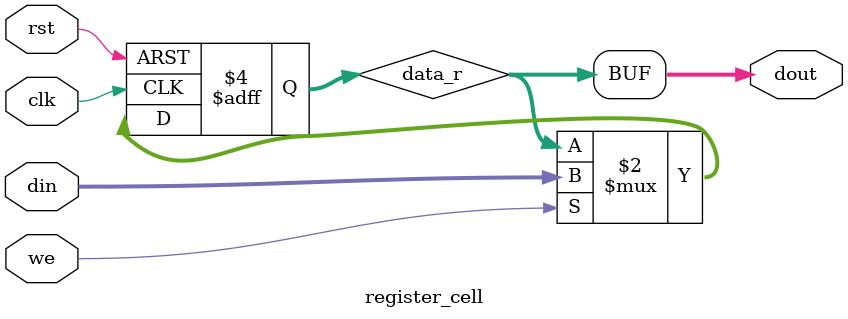
<source format=v>
`default_nettype none

module register_cell(
	clk,
	rst,
	din,
	we,
	dout
);
	input clk;	
	input rst;
	input [31:0] din;
	input we;
	output [31:0] dout;

	reg [31:0] data_r;
	assign dout = data_r;

	always @(posedge clk or posedge rst) begin
		if(rst) begin
			data_r <= 32'b0;
		end else begin
			if(we) begin
				data_r <= din;
			end
		end
	end

endmodule

</source>
